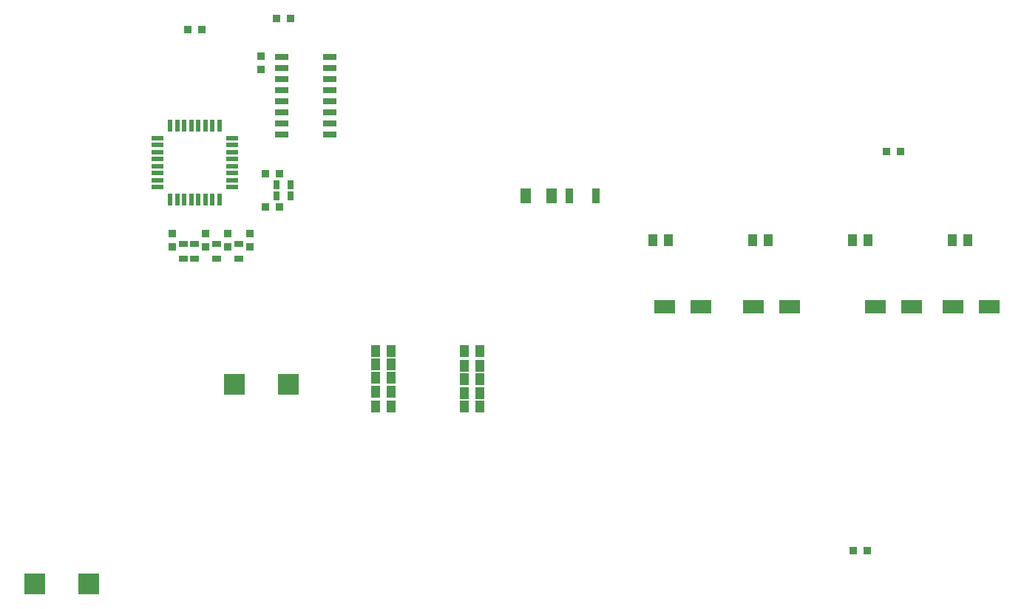
<source format=gbr>
G04 EAGLE Gerber RS-274X export*
G75*
%MOMM*%
%FSLAX34Y34*%
%LPD*%
%INSolderpaste Top*%
%IPPOS*%
%AMOC8*
5,1,8,0,0,1.08239X$1,22.5*%
G01*
G04 Define Apertures*
%ADD10R,0.961800X1.711800*%
%ADD11R,1.164600X1.815300*%
%ADD12R,1.031200X1.420200*%
%ADD13R,2.392000X1.565300*%
%ADD14R,0.920900X0.970200*%
%ADD15R,1.475000X0.600000*%
%ADD16R,0.600000X1.475000*%
%ADD17R,1.525000X0.650000*%
%ADD18R,0.970200X0.920900*%
%ADD19R,2.350000X2.450000*%
%ADD20R,0.798700X0.973900*%
%ADD21R,0.973900X0.798700*%
D10*
X73650Y88900D03*
X104150Y88900D03*
D11*
X23346Y88900D03*
X52854Y88900D03*
D12*
X301295Y38100D03*
X282905Y38100D03*
X186995Y38100D03*
X168605Y38100D03*
X529895Y38100D03*
X511505Y38100D03*
X415595Y38100D03*
X397205Y38100D03*
D13*
X182121Y-38100D03*
X224279Y-38100D03*
X512321Y-38100D03*
X554479Y-38100D03*
X283721Y-38100D03*
X325879Y-38100D03*
X465579Y-38100D03*
X423421Y-38100D03*
D14*
X-347854Y279400D03*
X-363346Y279400D03*
X398654Y-317500D03*
X414146Y-317500D03*
X-261746Y292100D03*
X-246254Y292100D03*
X452246Y139700D03*
X436754Y139700D03*
D15*
X-397980Y155000D03*
X-397980Y147000D03*
X-397980Y139000D03*
X-397980Y131000D03*
X-397980Y123000D03*
X-397980Y115000D03*
X-397980Y107000D03*
X-397980Y99000D03*
D16*
X-383600Y84620D03*
X-375600Y84620D03*
X-367600Y84620D03*
X-359600Y84620D03*
X-351600Y84620D03*
X-343600Y84620D03*
X-335600Y84620D03*
X-327600Y84620D03*
D15*
X-313220Y99000D03*
X-313220Y107000D03*
X-313220Y115000D03*
X-313220Y123000D03*
X-313220Y131000D03*
X-313220Y139000D03*
X-313220Y147000D03*
X-313220Y155000D03*
D16*
X-327600Y169380D03*
X-335600Y169380D03*
X-343600Y169380D03*
X-351600Y169380D03*
X-359600Y169380D03*
X-367600Y169380D03*
X-375600Y169380D03*
X-383600Y169380D03*
D17*
X-255720Y247650D03*
X-255720Y234950D03*
X-255720Y222250D03*
X-255720Y209550D03*
X-255720Y196850D03*
X-255720Y184150D03*
X-255720Y171450D03*
X-255720Y158750D03*
X-201480Y158750D03*
X-201480Y171450D03*
X-201480Y184150D03*
X-201480Y196850D03*
X-201480Y209550D03*
X-201480Y222250D03*
X-201480Y234950D03*
X-201480Y247650D03*
D18*
X-279400Y233554D03*
X-279400Y249046D03*
D19*
X-477000Y-355600D03*
X-539000Y-355600D03*
X-310400Y-127000D03*
X-248400Y-127000D03*
D14*
X-274446Y76200D03*
X-258954Y76200D03*
X-274446Y114300D03*
X-258954Y114300D03*
D18*
X-381000Y30354D03*
X-381000Y45846D03*
X-342900Y30354D03*
X-342900Y45846D03*
X-292100Y45846D03*
X-292100Y30354D03*
X-317500Y45846D03*
X-317500Y30354D03*
D20*
X-245848Y88900D03*
X-262152Y88900D03*
X-245848Y101600D03*
X-262152Y101600D03*
D21*
X-368300Y17248D03*
X-368300Y33552D03*
X-355600Y17248D03*
X-355600Y33552D03*
X-330200Y17248D03*
X-330200Y33552D03*
X-304800Y17248D03*
X-304800Y33552D03*
D12*
X-47295Y-152400D03*
X-28905Y-152400D03*
X-47295Y-136928D03*
X-28905Y-136928D03*
X-47295Y-121456D03*
X-28905Y-121456D03*
X-47295Y-105984D03*
X-28905Y-105984D03*
X-47295Y-88900D03*
X-28905Y-88900D03*
X-148895Y-88900D03*
X-130505Y-88900D03*
X-148895Y-104372D03*
X-130505Y-104372D03*
X-148895Y-119844D03*
X-130505Y-119844D03*
X-148895Y-135316D03*
X-130505Y-135316D03*
X-148895Y-152400D03*
X-130505Y-152400D03*
M02*

</source>
